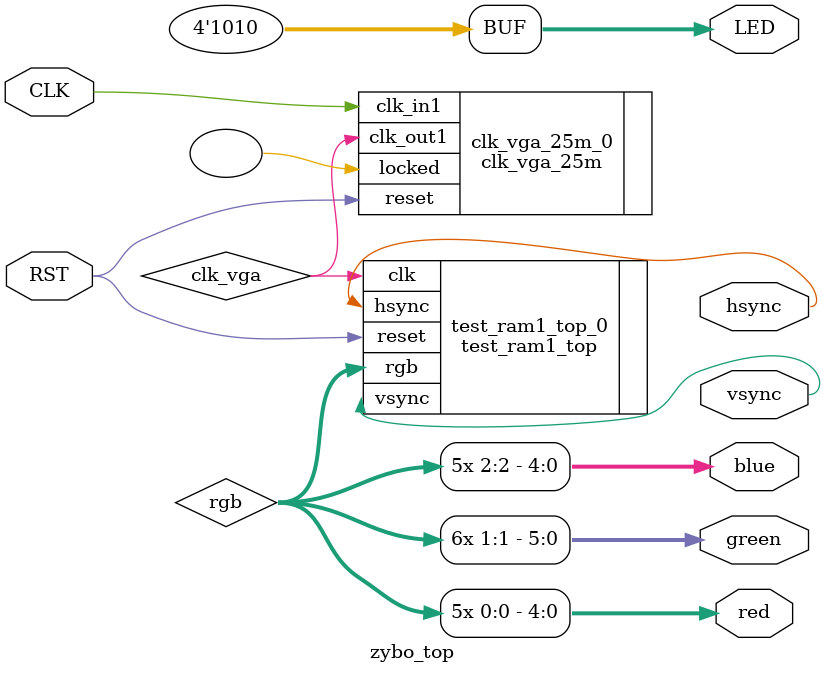
<source format=v>
module zybo_top(

//system
input         CLK,
input         RST,
output [3:0]  LED,

//video
output  hsync,
output  vsync,
output [4:0]  red,
output [5:0]  green,
output [4:0]  blue

);

wire clk_vga;
wire [9:0] hpos;
wire [9:0] vpos;
wire [2:0] rgb;

assign  LED = 4'b1010;

clk_vga_25m clk_vga_25m_0 (
  .clk_out1(clk_vga),
  .reset(RST), 
  .locked(),
  .clk_in1(CLK)
);

test_ram1_top test_ram1_top_0 (
  .clk    (clk_vga),
  .reset  (RST),
  .hsync  (hsync),
  .vsync  (vsync),
  .rgb    (rgb)
);

assign red = { 5{rgb[0]} };
assign green = { 6{rgb[1]} };
assign blue = { 5{rgb[2]} };

endmodule

</source>
